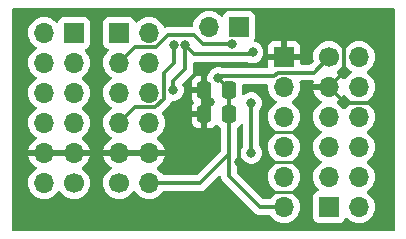
<source format=gbl>
G04 #@! TF.GenerationSoftware,KiCad,Pcbnew,8.0.9-8.0.9-0~ubuntu24.04.1*
G04 #@! TF.CreationDate,2025-04-27T15:56:27+09:30*
G04 #@! TF.ProjectId,qspi-pmod-adapter,71737069-2d70-46d6-9f64-2d6164617074,rev?*
G04 #@! TF.SameCoordinates,Original*
G04 #@! TF.FileFunction,Copper,L2,Bot*
G04 #@! TF.FilePolarity,Positive*
%FSLAX46Y46*%
G04 Gerber Fmt 4.6, Leading zero omitted, Abs format (unit mm)*
G04 Created by KiCad (PCBNEW 8.0.9-8.0.9-0~ubuntu24.04.1) date 2025-04-27 15:56:27*
%MOMM*%
%LPD*%
G01*
G04 APERTURE LIST*
G04 Aperture macros list*
%AMRoundRect*
0 Rectangle with rounded corners*
0 $1 Rounding radius*
0 $2 $3 $4 $5 $6 $7 $8 $9 X,Y pos of 4 corners*
0 Add a 4 corners polygon primitive as box body*
4,1,4,$2,$3,$4,$5,$6,$7,$8,$9,$2,$3,0*
0 Add four circle primitives for the rounded corners*
1,1,$1+$1,$2,$3*
1,1,$1+$1,$4,$5*
1,1,$1+$1,$6,$7*
1,1,$1+$1,$8,$9*
0 Add four rect primitives between the rounded corners*
20,1,$1+$1,$2,$3,$4,$5,0*
20,1,$1+$1,$4,$5,$6,$7,0*
20,1,$1+$1,$6,$7,$8,$9,0*
20,1,$1+$1,$8,$9,$2,$3,0*%
G04 Aperture macros list end*
G04 #@! TA.AperFunction,ComponentPad*
%ADD10O,1.700000X1.700000*%
G04 #@! TD*
G04 #@! TA.AperFunction,ComponentPad*
%ADD11C,1.700000*%
G04 #@! TD*
G04 #@! TA.AperFunction,ComponentPad*
%ADD12R,1.700000X1.700000*%
G04 #@! TD*
G04 #@! TA.AperFunction,SMDPad,CuDef*
%ADD13RoundRect,0.250000X0.337500X0.475000X-0.337500X0.475000X-0.337500X-0.475000X0.337500X-0.475000X0*%
G04 #@! TD*
G04 #@! TA.AperFunction,ViaPad*
%ADD14C,0.800000*%
G04 #@! TD*
G04 #@! TA.AperFunction,Conductor*
%ADD15C,0.350000*%
G04 #@! TD*
G04 #@! TA.AperFunction,Conductor*
%ADD16C,0.250000*%
G04 #@! TD*
G04 APERTURE END LIST*
D10*
X110490000Y-83058000D03*
X110490000Y-80518000D03*
X110490000Y-77978000D03*
X110490000Y-75438000D03*
X110490000Y-72898000D03*
X110490000Y-70358000D03*
D11*
X107950000Y-83058000D03*
D10*
X107950000Y-80518000D03*
X107950000Y-77978000D03*
X107950000Y-75438000D03*
X107950000Y-72898000D03*
D12*
X107950000Y-70358000D03*
D10*
X115570000Y-69850000D03*
D12*
X118110000Y-69850000D03*
X121920000Y-72390000D03*
D10*
X121920000Y-74930000D03*
X121920000Y-77470000D03*
X121920000Y-80010000D03*
X121920000Y-82550000D03*
X121920000Y-85090000D03*
X128270000Y-72390000D03*
X128270000Y-74930000D03*
X128270000Y-77470000D03*
X128270000Y-80010000D03*
X128270000Y-82550000D03*
X128270000Y-85090000D03*
D11*
X125730000Y-72390000D03*
D10*
X125730000Y-74930000D03*
X125730000Y-77470000D03*
X125730000Y-80010000D03*
X125730000Y-82550000D03*
D12*
X125730000Y-85090000D03*
D13*
X115167500Y-77216000D03*
X117242500Y-77216000D03*
X117242500Y-75184000D03*
X115167500Y-75184000D03*
D12*
X104140000Y-70358000D03*
D10*
X104140000Y-72898000D03*
X104140000Y-75438000D03*
X104140000Y-77978000D03*
X104140000Y-80518000D03*
D11*
X104140000Y-83058000D03*
D10*
X101600000Y-70358000D03*
X101600000Y-72898000D03*
X101600000Y-75438000D03*
X101600000Y-77978000D03*
X101600000Y-80518000D03*
X101600000Y-83058000D03*
D14*
X115625000Y-76200000D03*
X119253000Y-72000000D03*
X113561172Y-71374950D03*
X112522000Y-75184000D03*
X118110000Y-81280000D03*
X119126000Y-80518000D03*
X119126000Y-76286992D03*
X117470972Y-71300000D03*
X112562008Y-71333992D03*
X116332000Y-74168000D03*
X114554000Y-85852000D03*
D15*
X115167500Y-76200000D02*
X115625000Y-76200000D01*
X127000000Y-73660000D02*
X127000000Y-71000000D01*
X125730000Y-74930000D02*
X127000000Y-73660000D01*
X119117000Y-72136000D02*
X114322222Y-72136000D01*
X119253000Y-72000000D02*
X119117000Y-72136000D01*
X114322222Y-72136000D02*
X113561172Y-71374950D01*
X119126000Y-76286992D02*
X119126000Y-80518000D01*
X110490000Y-83058000D02*
X114808000Y-83058000D01*
X114808000Y-83058000D02*
X117242500Y-80623500D01*
X117242500Y-80623500D02*
X117242500Y-77216000D01*
X113561172Y-71374950D02*
X113561172Y-73398645D01*
X112522000Y-74437817D02*
X112522000Y-75184000D01*
X113561172Y-73398645D02*
X112522000Y-74437817D01*
X112562008Y-71333992D02*
X112562008Y-72857992D01*
X112562008Y-72857992D02*
X111715000Y-73705000D01*
X111715000Y-73705000D02*
X111715000Y-75945412D01*
X111715000Y-75945412D02*
X110997412Y-76663000D01*
X110997412Y-76663000D02*
X109265000Y-76663000D01*
X109265000Y-76663000D02*
X107950000Y-77978000D01*
X125730000Y-72390000D02*
X124415000Y-73705000D01*
X124415000Y-73705000D02*
X121412588Y-73705000D01*
X121412588Y-73705000D02*
X121076588Y-74041000D01*
X121076588Y-74041000D02*
X116459000Y-74041000D01*
X116459000Y-74041000D02*
X116332000Y-74168000D01*
X107950000Y-72898000D02*
X109265000Y-71583000D01*
X109265000Y-71583000D02*
X111028984Y-71583000D01*
X111028984Y-71583000D02*
X112052992Y-70558992D01*
X112052992Y-70558992D02*
X114292580Y-70558992D01*
X114292580Y-70558992D02*
X115033588Y-71300000D01*
X115033588Y-71300000D02*
X117470972Y-71300000D01*
X129495000Y-76245000D02*
X129540000Y-76200000D01*
X127045000Y-76245000D02*
X129495000Y-76245000D01*
X125730000Y-74930000D02*
X127045000Y-76245000D01*
D16*
X120650000Y-83820000D02*
X123190000Y-83820000D01*
X120650000Y-81280000D02*
X123190000Y-81280000D01*
X120650000Y-78740000D02*
X123190000Y-78740000D01*
D15*
X115167500Y-75184000D02*
X115167500Y-76200000D01*
X115167500Y-76200000D02*
X115167500Y-77216000D01*
X117242500Y-77216000D02*
X117242500Y-82444500D01*
X117242500Y-82444500D02*
X119888000Y-85090000D01*
X119888000Y-85090000D02*
X121920000Y-85090000D01*
X117242500Y-75078500D02*
X116332000Y-74168000D01*
X117242500Y-75184000D02*
X117242500Y-75078500D01*
X117242500Y-75184000D02*
X117242500Y-77216000D01*
G04 #@! TA.AperFunction,Conductor*
G36*
X120514737Y-74736185D02*
G01*
X120560492Y-74788989D01*
X120571226Y-74851308D01*
X120564341Y-74929999D01*
X120564341Y-74930000D01*
X120584936Y-75165403D01*
X120584938Y-75165413D01*
X120646094Y-75393655D01*
X120646096Y-75393659D01*
X120646097Y-75393663D01*
X120729155Y-75571781D01*
X120745965Y-75607830D01*
X120745967Y-75607834D01*
X120816811Y-75709009D01*
X120881504Y-75801400D01*
X120881506Y-75801402D01*
X121048597Y-75968493D01*
X121048603Y-75968498D01*
X121234158Y-76098425D01*
X121277783Y-76153002D01*
X121284977Y-76222500D01*
X121253454Y-76284855D01*
X121234158Y-76301575D01*
X121048597Y-76431505D01*
X120881505Y-76598597D01*
X120745965Y-76792169D01*
X120745964Y-76792171D01*
X120646098Y-77006335D01*
X120646094Y-77006344D01*
X120584938Y-77234586D01*
X120584936Y-77234596D01*
X120564341Y-77469999D01*
X120564341Y-77470000D01*
X120584936Y-77705403D01*
X120584938Y-77705413D01*
X120646094Y-77933655D01*
X120646096Y-77933659D01*
X120646097Y-77933663D01*
X120728148Y-78109621D01*
X120745965Y-78147830D01*
X120745967Y-78147834D01*
X120840833Y-78283315D01*
X120881501Y-78341396D01*
X120881506Y-78341402D01*
X121048597Y-78508493D01*
X121048603Y-78508498D01*
X121234158Y-78638425D01*
X121277783Y-78693002D01*
X121284977Y-78762500D01*
X121253454Y-78824855D01*
X121234158Y-78841575D01*
X121048597Y-78971505D01*
X120881505Y-79138597D01*
X120745965Y-79332169D01*
X120745964Y-79332171D01*
X120646098Y-79546335D01*
X120646094Y-79546344D01*
X120584938Y-79774586D01*
X120584936Y-79774596D01*
X120564341Y-80009999D01*
X120564341Y-80010000D01*
X120584936Y-80245403D01*
X120584938Y-80245413D01*
X120646094Y-80473655D01*
X120646096Y-80473659D01*
X120646097Y-80473663D01*
X120650000Y-80482032D01*
X120745965Y-80687830D01*
X120745967Y-80687834D01*
X120842017Y-80825007D01*
X120881501Y-80881396D01*
X120881506Y-80881402D01*
X121048597Y-81048493D01*
X121048603Y-81048498D01*
X121234158Y-81178425D01*
X121277783Y-81233002D01*
X121284977Y-81302500D01*
X121253454Y-81364855D01*
X121234158Y-81381575D01*
X121048597Y-81511505D01*
X120881505Y-81678597D01*
X120745965Y-81872169D01*
X120745964Y-81872171D01*
X120646098Y-82086335D01*
X120646094Y-82086344D01*
X120584938Y-82314586D01*
X120584936Y-82314596D01*
X120564341Y-82549999D01*
X120564341Y-82550000D01*
X120584936Y-82785403D01*
X120584938Y-82785413D01*
X120646094Y-83013655D01*
X120646096Y-83013659D01*
X120646097Y-83013663D01*
X120666772Y-83058000D01*
X120745965Y-83227830D01*
X120745967Y-83227834D01*
X120854281Y-83382521D01*
X120881501Y-83421396D01*
X120881506Y-83421402D01*
X121048597Y-83588493D01*
X121048603Y-83588498D01*
X121234158Y-83718425D01*
X121277783Y-83773002D01*
X121284977Y-83842500D01*
X121253454Y-83904855D01*
X121234158Y-83921575D01*
X121048597Y-84051505D01*
X120881506Y-84218596D01*
X120781359Y-84361623D01*
X120726782Y-84405248D01*
X120679784Y-84414500D01*
X120219163Y-84414500D01*
X120152124Y-84394815D01*
X120131482Y-84378181D01*
X117954319Y-82201018D01*
X117920834Y-82139695D01*
X117918000Y-82113337D01*
X117918000Y-78433507D01*
X117937685Y-78366468D01*
X117976903Y-78327968D01*
X118048656Y-78283712D01*
X118172712Y-78159656D01*
X118220961Y-78081430D01*
X118272909Y-78034706D01*
X118341871Y-78023483D01*
X118405953Y-78051326D01*
X118444810Y-78109395D01*
X118450500Y-78146527D01*
X118450500Y-79874842D01*
X118430815Y-79941881D01*
X118418650Y-79957814D01*
X118393470Y-79985778D01*
X118393465Y-79985785D01*
X118298821Y-80149715D01*
X118298818Y-80149722D01*
X118252480Y-80292337D01*
X118240326Y-80329744D01*
X118220540Y-80518000D01*
X118240326Y-80706256D01*
X118240327Y-80706259D01*
X118298818Y-80886277D01*
X118298821Y-80886284D01*
X118393467Y-81050216D01*
X118485250Y-81152151D01*
X118520129Y-81190888D01*
X118673265Y-81302148D01*
X118673270Y-81302151D01*
X118846192Y-81379142D01*
X118846197Y-81379144D01*
X119031354Y-81418500D01*
X119031355Y-81418500D01*
X119220644Y-81418500D01*
X119220646Y-81418500D01*
X119405803Y-81379144D01*
X119578730Y-81302151D01*
X119731871Y-81190888D01*
X119858533Y-81050216D01*
X119953179Y-80886284D01*
X120011674Y-80706256D01*
X120031460Y-80518000D01*
X120011674Y-80329744D01*
X119953179Y-80149716D01*
X119858533Y-79985784D01*
X119858529Y-79985778D01*
X119833350Y-79957814D01*
X119803120Y-79894822D01*
X119801500Y-79874842D01*
X119801500Y-76930148D01*
X119821185Y-76863109D01*
X119833351Y-76847175D01*
X119844334Y-76834977D01*
X119858533Y-76819208D01*
X119953179Y-76655276D01*
X120011674Y-76475248D01*
X120031460Y-76286992D01*
X120011674Y-76098736D01*
X119953179Y-75918708D01*
X119858533Y-75754776D01*
X119731871Y-75614104D01*
X119722889Y-75607578D01*
X119578734Y-75502843D01*
X119578729Y-75502840D01*
X119405807Y-75425849D01*
X119405802Y-75425847D01*
X119254383Y-75393663D01*
X119220646Y-75386492D01*
X119031354Y-75386492D01*
X118998897Y-75393390D01*
X118846197Y-75425847D01*
X118846192Y-75425849D01*
X118673270Y-75502840D01*
X118673265Y-75502843D01*
X118527384Y-75608832D01*
X118461578Y-75632312D01*
X118393524Y-75616486D01*
X118344829Y-75566380D01*
X118330499Y-75508517D01*
X118330499Y-74840499D01*
X118350184Y-74773461D01*
X118402988Y-74727706D01*
X118454499Y-74716500D01*
X120447698Y-74716500D01*
X120514737Y-74736185D01*
G37*
G04 #@! TD.AperFunction*
G04 #@! TA.AperFunction,Conductor*
G36*
X110024075Y-80325007D02*
G01*
X109990000Y-80452174D01*
X109990000Y-80583826D01*
X110024075Y-80710993D01*
X110056988Y-80768000D01*
X108383012Y-80768000D01*
X108415925Y-80710993D01*
X108450000Y-80583826D01*
X108450000Y-80452174D01*
X108415925Y-80325007D01*
X108383012Y-80268000D01*
X110056988Y-80268000D01*
X110024075Y-80325007D01*
G37*
G04 #@! TD.AperFunction*
G04 #@! TA.AperFunction,Conductor*
G36*
X127084549Y-75596110D02*
G01*
X127101269Y-75615405D01*
X127231505Y-75801401D01*
X127231506Y-75801402D01*
X127398597Y-75968493D01*
X127398603Y-75968498D01*
X127584158Y-76098425D01*
X127627783Y-76153002D01*
X127634977Y-76222500D01*
X127603454Y-76284855D01*
X127584158Y-76301575D01*
X127398597Y-76431505D01*
X127231505Y-76598597D01*
X127101575Y-76784158D01*
X127046998Y-76827783D01*
X126977500Y-76834977D01*
X126915145Y-76803454D01*
X126898425Y-76784158D01*
X126768494Y-76598597D01*
X126601402Y-76431506D01*
X126601401Y-76431505D01*
X126415405Y-76301269D01*
X126371781Y-76246692D01*
X126364588Y-76177193D01*
X126396110Y-76114839D01*
X126415405Y-76098119D01*
X126601082Y-75968105D01*
X126768105Y-75801082D01*
X126898119Y-75615405D01*
X126952696Y-75571781D01*
X127022195Y-75564588D01*
X127084549Y-75596110D01*
G37*
G04 #@! TD.AperFunction*
G04 #@! TA.AperFunction,Conductor*
G36*
X127084855Y-73056546D02*
G01*
X127101575Y-73075842D01*
X127231501Y-73261396D01*
X127231506Y-73261402D01*
X127398597Y-73428493D01*
X127398603Y-73428498D01*
X127584158Y-73558425D01*
X127627783Y-73613002D01*
X127634977Y-73682500D01*
X127603454Y-73744855D01*
X127584158Y-73761575D01*
X127398597Y-73891505D01*
X127231508Y-74058594D01*
X127101269Y-74244595D01*
X127046692Y-74288219D01*
X126977193Y-74295412D01*
X126914839Y-74263890D01*
X126898119Y-74244594D01*
X126768113Y-74058926D01*
X126768108Y-74058920D01*
X126601078Y-73891890D01*
X126415405Y-73761879D01*
X126371780Y-73707302D01*
X126364588Y-73637804D01*
X126396110Y-73575449D01*
X126415406Y-73558730D01*
X126415842Y-73558425D01*
X126601401Y-73428495D01*
X126768495Y-73261401D01*
X126898425Y-73075842D01*
X126953002Y-73032217D01*
X127022500Y-73025023D01*
X127084855Y-73056546D01*
G37*
G04 #@! TD.AperFunction*
G04 #@! TA.AperFunction,Conductor*
G36*
X103674075Y-80325007D02*
G01*
X103640000Y-80452174D01*
X103640000Y-80583826D01*
X103674075Y-80710993D01*
X103706988Y-80768000D01*
X102033012Y-80768000D01*
X102065925Y-80710993D01*
X102100000Y-80583826D01*
X102100000Y-80452174D01*
X102065925Y-80325007D01*
X102033012Y-80268000D01*
X103706988Y-80268000D01*
X103674075Y-80325007D01*
G37*
G04 #@! TD.AperFunction*
G04 #@! TA.AperFunction,Conductor*
G36*
X131214539Y-68265185D02*
G01*
X131260294Y-68317989D01*
X131271500Y-68369500D01*
X131271500Y-87020500D01*
X131251815Y-87087539D01*
X131199011Y-87133294D01*
X131147500Y-87144500D01*
X98976500Y-87144500D01*
X98909461Y-87124815D01*
X98863706Y-87072011D01*
X98852500Y-87020500D01*
X98852500Y-70357999D01*
X100244341Y-70357999D01*
X100244341Y-70358000D01*
X100264936Y-70593403D01*
X100264938Y-70593413D01*
X100326094Y-70821655D01*
X100326096Y-70821659D01*
X100326097Y-70821663D01*
X100382364Y-70942327D01*
X100425965Y-71035830D01*
X100425967Y-71035834D01*
X100498105Y-71138857D01*
X100552098Y-71215967D01*
X100561501Y-71229395D01*
X100561506Y-71229402D01*
X100728597Y-71396493D01*
X100728603Y-71396498D01*
X100914158Y-71526425D01*
X100957783Y-71581002D01*
X100964977Y-71650500D01*
X100933454Y-71712855D01*
X100914158Y-71729575D01*
X100728597Y-71859505D01*
X100561505Y-72026597D01*
X100425965Y-72220169D01*
X100425964Y-72220171D01*
X100326098Y-72434335D01*
X100326094Y-72434344D01*
X100264938Y-72662586D01*
X100264936Y-72662596D01*
X100244341Y-72897999D01*
X100244341Y-72898000D01*
X100264936Y-73133403D01*
X100264938Y-73133413D01*
X100326094Y-73361655D01*
X100326096Y-73361659D01*
X100326097Y-73361663D01*
X100406004Y-73533023D01*
X100425965Y-73575830D01*
X100425967Y-73575834D01*
X100530459Y-73725063D01*
X100561501Y-73769396D01*
X100561506Y-73769402D01*
X100728597Y-73936493D01*
X100728603Y-73936498D01*
X100914158Y-74066425D01*
X100957783Y-74121002D01*
X100964977Y-74190500D01*
X100933454Y-74252855D01*
X100914158Y-74269575D01*
X100728597Y-74399505D01*
X100561505Y-74566597D01*
X100425965Y-74760169D01*
X100425964Y-74760171D01*
X100326098Y-74974335D01*
X100326094Y-74974344D01*
X100264938Y-75202586D01*
X100264936Y-75202596D01*
X100244341Y-75437999D01*
X100244341Y-75438000D01*
X100264936Y-75673403D01*
X100264938Y-75673413D01*
X100326094Y-75901655D01*
X100326096Y-75901659D01*
X100326097Y-75901663D01*
X100409358Y-76080217D01*
X100425965Y-76115830D01*
X100425967Y-76115834D01*
X100500656Y-76222500D01*
X100561501Y-76309396D01*
X100561506Y-76309402D01*
X100728597Y-76476493D01*
X100728603Y-76476498D01*
X100914158Y-76606425D01*
X100957783Y-76661002D01*
X100964977Y-76730500D01*
X100933454Y-76792855D01*
X100914158Y-76809575D01*
X100728597Y-76939505D01*
X100561505Y-77106597D01*
X100425965Y-77300169D01*
X100425964Y-77300171D01*
X100326098Y-77514335D01*
X100326094Y-77514344D01*
X100264938Y-77742586D01*
X100264936Y-77742596D01*
X100244341Y-77977999D01*
X100244341Y-77978000D01*
X100264936Y-78213403D01*
X100264938Y-78213413D01*
X100326094Y-78441655D01*
X100326096Y-78441659D01*
X100326097Y-78441663D01*
X100357263Y-78508498D01*
X100425965Y-78655830D01*
X100425967Y-78655834D01*
X100500656Y-78762500D01*
X100561505Y-78849401D01*
X100728599Y-79016495D01*
X100902981Y-79138599D01*
X100914594Y-79146730D01*
X100958219Y-79201307D01*
X100965413Y-79270805D01*
X100933890Y-79333160D01*
X100914595Y-79349880D01*
X100728922Y-79479890D01*
X100728920Y-79479891D01*
X100561891Y-79646920D01*
X100561886Y-79646926D01*
X100426400Y-79840420D01*
X100426399Y-79840422D01*
X100326570Y-80054507D01*
X100326567Y-80054513D01*
X100269364Y-80267999D01*
X100269364Y-80268000D01*
X101166988Y-80268000D01*
X101134075Y-80325007D01*
X101100000Y-80452174D01*
X101100000Y-80583826D01*
X101134075Y-80710993D01*
X101166988Y-80768000D01*
X100269364Y-80768000D01*
X100326567Y-80981486D01*
X100326570Y-80981492D01*
X100426399Y-81195578D01*
X100561894Y-81389082D01*
X100728917Y-81556105D01*
X100914595Y-81686119D01*
X100958219Y-81740696D01*
X100965412Y-81810195D01*
X100933890Y-81872549D01*
X100914595Y-81889269D01*
X100728594Y-82019508D01*
X100561505Y-82186597D01*
X100425965Y-82380169D01*
X100425964Y-82380171D01*
X100326098Y-82594335D01*
X100326094Y-82594344D01*
X100264938Y-82822586D01*
X100264936Y-82822596D01*
X100244341Y-83057999D01*
X100244341Y-83058000D01*
X100264936Y-83293403D01*
X100264938Y-83293413D01*
X100326094Y-83521655D01*
X100326096Y-83521659D01*
X100326097Y-83521663D01*
X100357263Y-83588498D01*
X100425965Y-83735830D01*
X100425967Y-83735834D01*
X100500656Y-83842500D01*
X100561505Y-83929401D01*
X100728599Y-84096495D01*
X100775137Y-84129081D01*
X100922165Y-84232032D01*
X100922167Y-84232033D01*
X100922170Y-84232035D01*
X101136337Y-84331903D01*
X101364592Y-84393063D01*
X101552918Y-84409539D01*
X101599999Y-84413659D01*
X101600000Y-84413659D01*
X101600001Y-84413659D01*
X101639234Y-84410226D01*
X101835408Y-84393063D01*
X102063663Y-84331903D01*
X102277830Y-84232035D01*
X102471401Y-84096495D01*
X102638495Y-83929401D01*
X102768425Y-83743842D01*
X102823002Y-83700217D01*
X102892500Y-83693023D01*
X102954855Y-83724546D01*
X102971575Y-83743842D01*
X103101500Y-83929395D01*
X103101505Y-83929401D01*
X103268599Y-84096495D01*
X103315137Y-84129081D01*
X103462165Y-84232032D01*
X103462167Y-84232033D01*
X103462170Y-84232035D01*
X103676337Y-84331903D01*
X103904592Y-84393063D01*
X104092918Y-84409539D01*
X104139999Y-84413659D01*
X104140000Y-84413659D01*
X104140001Y-84413659D01*
X104179234Y-84410226D01*
X104375408Y-84393063D01*
X104603663Y-84331903D01*
X104817830Y-84232035D01*
X105011401Y-84096495D01*
X105178495Y-83929401D01*
X105314035Y-83735830D01*
X105413903Y-83521663D01*
X105475063Y-83293408D01*
X105495659Y-83058000D01*
X105475063Y-82822592D01*
X105413903Y-82594337D01*
X105314035Y-82380171D01*
X105313682Y-82379666D01*
X105178494Y-82186597D01*
X105011402Y-82019506D01*
X105011401Y-82019505D01*
X104825405Y-81889269D01*
X104781781Y-81834692D01*
X104774588Y-81765193D01*
X104806110Y-81702839D01*
X104825405Y-81686119D01*
X105011082Y-81556105D01*
X105178105Y-81389082D01*
X105313600Y-81195578D01*
X105413429Y-80981492D01*
X105413432Y-80981486D01*
X105470636Y-80768000D01*
X104573012Y-80768000D01*
X104605925Y-80710993D01*
X104640000Y-80583826D01*
X104640000Y-80452174D01*
X104605925Y-80325007D01*
X104573012Y-80268000D01*
X105470636Y-80268000D01*
X105470635Y-80267999D01*
X105413432Y-80054513D01*
X105413429Y-80054507D01*
X105313600Y-79840422D01*
X105313599Y-79840420D01*
X105178113Y-79646926D01*
X105178108Y-79646920D01*
X105011078Y-79479890D01*
X104825405Y-79349879D01*
X104781780Y-79295302D01*
X104774588Y-79225804D01*
X104806110Y-79163449D01*
X104825406Y-79146730D01*
X105011401Y-79016495D01*
X105178495Y-78849401D01*
X105314035Y-78655830D01*
X105413903Y-78441663D01*
X105475063Y-78213408D01*
X105495659Y-77978000D01*
X105475063Y-77742592D01*
X105413903Y-77514337D01*
X105314035Y-77300171D01*
X105308425Y-77292158D01*
X105178494Y-77106597D01*
X105011402Y-76939506D01*
X105011396Y-76939501D01*
X104825842Y-76809575D01*
X104782217Y-76754998D01*
X104775023Y-76685500D01*
X104806546Y-76623145D01*
X104825842Y-76606425D01*
X104851866Y-76588203D01*
X105011401Y-76476495D01*
X105178495Y-76309401D01*
X105314035Y-76115830D01*
X105413903Y-75901663D01*
X105475063Y-75673408D01*
X105495659Y-75438000D01*
X105475063Y-75202592D01*
X105413903Y-74974337D01*
X105314035Y-74760171D01*
X105308425Y-74752158D01*
X105178494Y-74566597D01*
X105011402Y-74399506D01*
X105011396Y-74399501D01*
X104825842Y-74269575D01*
X104782217Y-74214998D01*
X104775023Y-74145500D01*
X104806546Y-74083145D01*
X104825842Y-74066425D01*
X104885513Y-74024643D01*
X105011401Y-73936495D01*
X105178495Y-73769401D01*
X105314035Y-73575830D01*
X105413903Y-73361663D01*
X105475063Y-73133408D01*
X105495659Y-72898000D01*
X105495659Y-72897999D01*
X106594341Y-72897999D01*
X106594341Y-72898000D01*
X106614936Y-73133403D01*
X106614938Y-73133413D01*
X106676094Y-73361655D01*
X106676096Y-73361659D01*
X106676097Y-73361663D01*
X106756004Y-73533023D01*
X106775965Y-73575830D01*
X106775967Y-73575834D01*
X106880459Y-73725063D01*
X106911501Y-73769396D01*
X106911506Y-73769402D01*
X107078597Y-73936493D01*
X107078603Y-73936498D01*
X107264158Y-74066425D01*
X107307783Y-74121002D01*
X107314977Y-74190500D01*
X107283454Y-74252855D01*
X107264158Y-74269575D01*
X107078597Y-74399505D01*
X106911505Y-74566597D01*
X106775965Y-74760169D01*
X106775964Y-74760171D01*
X106676098Y-74974335D01*
X106676094Y-74974344D01*
X106614938Y-75202586D01*
X106614936Y-75202596D01*
X106594341Y-75437999D01*
X106594341Y-75438000D01*
X106614936Y-75673403D01*
X106614938Y-75673413D01*
X106676094Y-75901655D01*
X106676096Y-75901659D01*
X106676097Y-75901663D01*
X106759358Y-76080217D01*
X106775965Y-76115830D01*
X106775967Y-76115834D01*
X106850656Y-76222500D01*
X106911501Y-76309396D01*
X106911506Y-76309402D01*
X107078597Y-76476493D01*
X107078603Y-76476498D01*
X107264158Y-76606425D01*
X107307783Y-76661002D01*
X107314977Y-76730500D01*
X107283454Y-76792855D01*
X107264158Y-76809575D01*
X107078597Y-76939505D01*
X106911505Y-77106597D01*
X106775965Y-77300169D01*
X106775964Y-77300171D01*
X106676098Y-77514335D01*
X106676094Y-77514344D01*
X106614938Y-77742586D01*
X106614936Y-77742596D01*
X106594341Y-77977999D01*
X106594341Y-77978000D01*
X106614936Y-78213403D01*
X106614938Y-78213413D01*
X106676094Y-78441655D01*
X106676096Y-78441659D01*
X106676097Y-78441663D01*
X106707263Y-78508498D01*
X106775965Y-78655830D01*
X106775967Y-78655834D01*
X106850656Y-78762500D01*
X106911505Y-78849401D01*
X107078599Y-79016495D01*
X107252981Y-79138599D01*
X107264594Y-79146730D01*
X107308219Y-79201307D01*
X107315413Y-79270805D01*
X107283890Y-79333160D01*
X107264595Y-79349880D01*
X107078922Y-79479890D01*
X107078920Y-79479891D01*
X106911891Y-79646920D01*
X106911886Y-79646926D01*
X106776400Y-79840420D01*
X106776399Y-79840422D01*
X106676570Y-80054507D01*
X106676567Y-80054513D01*
X106619364Y-80267999D01*
X106619364Y-80268000D01*
X107516988Y-80268000D01*
X107484075Y-80325007D01*
X107450000Y-80452174D01*
X107450000Y-80583826D01*
X107484075Y-80710993D01*
X107516988Y-80768000D01*
X106619364Y-80768000D01*
X106676567Y-80981486D01*
X106676570Y-80981492D01*
X106776399Y-81195578D01*
X106911894Y-81389082D01*
X107078917Y-81556105D01*
X107264595Y-81686119D01*
X107308219Y-81740696D01*
X107315412Y-81810195D01*
X107283890Y-81872549D01*
X107264595Y-81889269D01*
X107078594Y-82019508D01*
X106911505Y-82186597D01*
X106775965Y-82380169D01*
X106775964Y-82380171D01*
X106676098Y-82594335D01*
X106676094Y-82594344D01*
X106614938Y-82822586D01*
X106614936Y-82822596D01*
X106594341Y-83057999D01*
X106594341Y-83058000D01*
X106614936Y-83293403D01*
X106614938Y-83293413D01*
X106676094Y-83521655D01*
X106676096Y-83521659D01*
X106676097Y-83521663D01*
X106707263Y-83588498D01*
X106775965Y-83735830D01*
X106775967Y-83735834D01*
X106850656Y-83842500D01*
X106911505Y-83929401D01*
X107078599Y-84096495D01*
X107125137Y-84129081D01*
X107272165Y-84232032D01*
X107272167Y-84232033D01*
X107272170Y-84232035D01*
X107486337Y-84331903D01*
X107714592Y-84393063D01*
X107902918Y-84409539D01*
X107949999Y-84413659D01*
X107950000Y-84413659D01*
X107950001Y-84413659D01*
X107989234Y-84410226D01*
X108185408Y-84393063D01*
X108413663Y-84331903D01*
X108627830Y-84232035D01*
X108821401Y-84096495D01*
X108988495Y-83929401D01*
X109118425Y-83743842D01*
X109173002Y-83700217D01*
X109242500Y-83693023D01*
X109304855Y-83724546D01*
X109321575Y-83743842D01*
X109451500Y-83929395D01*
X109451505Y-83929401D01*
X109618599Y-84096495D01*
X109665137Y-84129081D01*
X109812165Y-84232032D01*
X109812167Y-84232033D01*
X109812170Y-84232035D01*
X110026337Y-84331903D01*
X110254592Y-84393063D01*
X110442918Y-84409539D01*
X110489999Y-84413659D01*
X110490000Y-84413659D01*
X110490001Y-84413659D01*
X110529234Y-84410226D01*
X110725408Y-84393063D01*
X110953663Y-84331903D01*
X111167830Y-84232035D01*
X111361401Y-84096495D01*
X111528495Y-83929401D01*
X111628642Y-83786375D01*
X111683219Y-83742752D01*
X111730217Y-83733500D01*
X114874532Y-83733500D01*
X114874533Y-83733499D01*
X115005036Y-83707541D01*
X115127969Y-83656620D01*
X115238606Y-83582695D01*
X116360367Y-82460933D01*
X116421688Y-82427450D01*
X116491379Y-82432434D01*
X116547313Y-82474305D01*
X116569663Y-82524424D01*
X116592957Y-82641530D01*
X116592959Y-82641536D01*
X116643878Y-82764465D01*
X116643883Y-82764475D01*
X116717804Y-82875105D01*
X116717807Y-82875109D01*
X119457390Y-85614692D01*
X119457394Y-85614695D01*
X119568024Y-85688616D01*
X119568028Y-85688618D01*
X119568031Y-85688620D01*
X119690964Y-85739541D01*
X119821464Y-85765499D01*
X119821468Y-85765500D01*
X119821469Y-85765500D01*
X120679783Y-85765500D01*
X120746822Y-85785185D01*
X120781357Y-85818375D01*
X120881505Y-85961401D01*
X121048599Y-86128495D01*
X121145384Y-86196265D01*
X121242165Y-86264032D01*
X121242167Y-86264033D01*
X121242170Y-86264035D01*
X121456337Y-86363903D01*
X121684592Y-86425063D01*
X121861034Y-86440500D01*
X121919999Y-86445659D01*
X121920000Y-86445659D01*
X121920001Y-86445659D01*
X121978966Y-86440500D01*
X122155408Y-86425063D01*
X122383663Y-86363903D01*
X122597830Y-86264035D01*
X122791401Y-86128495D01*
X122958495Y-85961401D01*
X123094035Y-85767830D01*
X123193903Y-85553663D01*
X123255063Y-85325408D01*
X123275659Y-85090000D01*
X123255063Y-84854592D01*
X123193903Y-84626337D01*
X123094035Y-84412171D01*
X123089188Y-84405248D01*
X122958494Y-84218597D01*
X122791402Y-84051506D01*
X122791396Y-84051501D01*
X122605842Y-83921575D01*
X122562217Y-83866998D01*
X122555023Y-83797500D01*
X122586546Y-83735145D01*
X122605842Y-83718425D01*
X122694107Y-83656621D01*
X122791401Y-83588495D01*
X122958495Y-83421401D01*
X123094035Y-83227830D01*
X123193903Y-83013663D01*
X123255063Y-82785408D01*
X123275659Y-82550000D01*
X123255063Y-82314592D01*
X123193903Y-82086337D01*
X123094035Y-81872171D01*
X123088425Y-81864158D01*
X122958494Y-81678597D01*
X122791402Y-81511506D01*
X122791396Y-81511501D01*
X122605842Y-81381575D01*
X122562217Y-81326998D01*
X122555023Y-81257500D01*
X122586546Y-81195145D01*
X122605842Y-81178425D01*
X122643365Y-81152151D01*
X122791401Y-81048495D01*
X122958495Y-80881401D01*
X123094035Y-80687830D01*
X123193903Y-80473663D01*
X123255063Y-80245408D01*
X123275659Y-80010000D01*
X123255063Y-79774592D01*
X123193903Y-79546337D01*
X123094035Y-79332171D01*
X123088425Y-79324158D01*
X122958494Y-79138597D01*
X122791402Y-78971506D01*
X122791396Y-78971501D01*
X122605842Y-78841575D01*
X122562217Y-78786998D01*
X122555023Y-78717500D01*
X122586546Y-78655145D01*
X122605842Y-78638425D01*
X122642120Y-78613023D01*
X122791401Y-78508495D01*
X122958495Y-78341401D01*
X123094035Y-78147830D01*
X123193903Y-77933663D01*
X123255063Y-77705408D01*
X123275659Y-77470000D01*
X123255063Y-77234592D01*
X123193903Y-77006337D01*
X123094035Y-76792171D01*
X123088425Y-76784158D01*
X122958494Y-76598597D01*
X122791402Y-76431506D01*
X122791396Y-76431501D01*
X122605842Y-76301575D01*
X122562217Y-76246998D01*
X122555023Y-76177500D01*
X122586546Y-76115145D01*
X122605842Y-76098425D01*
X122759690Y-75990699D01*
X122791401Y-75968495D01*
X122958495Y-75801401D01*
X123094035Y-75607830D01*
X123193903Y-75393663D01*
X123255063Y-75165408D01*
X123275659Y-74930000D01*
X123255063Y-74694592D01*
X123212728Y-74536593D01*
X123214391Y-74466743D01*
X123253554Y-74408881D01*
X123317782Y-74381377D01*
X123332503Y-74380500D01*
X124318015Y-74380500D01*
X124385054Y-74400185D01*
X124430809Y-74452989D01*
X124440753Y-74522147D01*
X124437790Y-74536594D01*
X124399364Y-74679999D01*
X124399364Y-74680000D01*
X125296988Y-74680000D01*
X125264075Y-74737007D01*
X125230000Y-74864174D01*
X125230000Y-74995826D01*
X125264075Y-75122993D01*
X125296988Y-75180000D01*
X124399364Y-75180000D01*
X124456567Y-75393486D01*
X124456570Y-75393492D01*
X124556399Y-75607578D01*
X124691894Y-75801082D01*
X124858917Y-75968105D01*
X125044595Y-76098119D01*
X125088219Y-76152696D01*
X125095412Y-76222195D01*
X125063890Y-76284549D01*
X125044595Y-76301269D01*
X124858594Y-76431508D01*
X124691505Y-76598597D01*
X124555965Y-76792169D01*
X124555964Y-76792171D01*
X124456098Y-77006335D01*
X124456094Y-77006344D01*
X124394938Y-77234586D01*
X124394936Y-77234596D01*
X124374341Y-77469999D01*
X124374341Y-77470000D01*
X124394936Y-77705403D01*
X124394938Y-77705413D01*
X124456094Y-77933655D01*
X124456096Y-77933659D01*
X124456097Y-77933663D01*
X124538148Y-78109621D01*
X124555965Y-78147830D01*
X124555967Y-78147834D01*
X124650833Y-78283315D01*
X124691501Y-78341396D01*
X124691506Y-78341402D01*
X124858597Y-78508493D01*
X124858603Y-78508498D01*
X125044158Y-78638425D01*
X125087783Y-78693002D01*
X125094977Y-78762500D01*
X125063454Y-78824855D01*
X125044158Y-78841575D01*
X124858597Y-78971505D01*
X124691505Y-79138597D01*
X124555965Y-79332169D01*
X124555964Y-79332171D01*
X124456098Y-79546335D01*
X124456094Y-79546344D01*
X124394938Y-79774586D01*
X124394936Y-79774596D01*
X124374341Y-80009999D01*
X124374341Y-80010000D01*
X124394936Y-80245403D01*
X124394938Y-80245413D01*
X124456094Y-80473655D01*
X124456096Y-80473659D01*
X124456097Y-80473663D01*
X124460000Y-80482032D01*
X124555965Y-80687830D01*
X124555967Y-80687834D01*
X124652017Y-80825007D01*
X124691501Y-80881396D01*
X124691506Y-80881402D01*
X124858597Y-81048493D01*
X124858603Y-81048498D01*
X125044158Y-81178425D01*
X125087783Y-81233002D01*
X125094977Y-81302500D01*
X125063454Y-81364855D01*
X125044158Y-81381575D01*
X124858597Y-81511505D01*
X124691505Y-81678597D01*
X124555965Y-81872169D01*
X124555964Y-81872171D01*
X124456098Y-82086335D01*
X124456094Y-82086344D01*
X124394938Y-82314586D01*
X124394936Y-82314596D01*
X124374341Y-82549999D01*
X124374341Y-82550000D01*
X124394936Y-82785403D01*
X124394938Y-82785413D01*
X124456094Y-83013655D01*
X124456096Y-83013659D01*
X124456097Y-83013663D01*
X124476772Y-83058000D01*
X124555965Y-83227830D01*
X124555967Y-83227834D01*
X124664281Y-83382521D01*
X124691501Y-83421396D01*
X124691506Y-83421402D01*
X124813430Y-83543326D01*
X124846915Y-83604649D01*
X124841931Y-83674341D01*
X124800059Y-83730274D01*
X124769083Y-83747189D01*
X124637669Y-83796203D01*
X124637664Y-83796206D01*
X124522455Y-83882452D01*
X124522452Y-83882455D01*
X124436206Y-83997664D01*
X124436202Y-83997671D01*
X124385908Y-84132517D01*
X124379501Y-84192116D01*
X124379500Y-84192135D01*
X124379500Y-85987870D01*
X124379501Y-85987876D01*
X124385908Y-86047483D01*
X124436202Y-86182328D01*
X124436206Y-86182335D01*
X124522452Y-86297544D01*
X124522455Y-86297547D01*
X124637664Y-86383793D01*
X124637671Y-86383797D01*
X124772517Y-86434091D01*
X124772516Y-86434091D01*
X124779444Y-86434835D01*
X124832127Y-86440500D01*
X126627872Y-86440499D01*
X126687483Y-86434091D01*
X126822331Y-86383796D01*
X126937546Y-86297546D01*
X127023796Y-86182331D01*
X127072810Y-86050916D01*
X127114681Y-85994984D01*
X127180145Y-85970566D01*
X127248418Y-85985417D01*
X127276673Y-86006569D01*
X127398599Y-86128495D01*
X127495384Y-86196265D01*
X127592165Y-86264032D01*
X127592167Y-86264033D01*
X127592170Y-86264035D01*
X127806337Y-86363903D01*
X128034592Y-86425063D01*
X128211034Y-86440500D01*
X128269999Y-86445659D01*
X128270000Y-86445659D01*
X128270001Y-86445659D01*
X128328966Y-86440500D01*
X128505408Y-86425063D01*
X128733663Y-86363903D01*
X128947830Y-86264035D01*
X129141401Y-86128495D01*
X129308495Y-85961401D01*
X129444035Y-85767830D01*
X129543903Y-85553663D01*
X129605063Y-85325408D01*
X129625659Y-85090000D01*
X129605063Y-84854592D01*
X129543903Y-84626337D01*
X129444035Y-84412171D01*
X129439188Y-84405248D01*
X129308494Y-84218597D01*
X129141402Y-84051506D01*
X129141396Y-84051501D01*
X128955842Y-83921575D01*
X128912217Y-83866998D01*
X128905023Y-83797500D01*
X128936546Y-83735145D01*
X128955842Y-83718425D01*
X129044107Y-83656621D01*
X129141401Y-83588495D01*
X129308495Y-83421401D01*
X129444035Y-83227830D01*
X129543903Y-83013663D01*
X129605063Y-82785408D01*
X129625659Y-82550000D01*
X129605063Y-82314592D01*
X129543903Y-82086337D01*
X129444035Y-81872171D01*
X129438425Y-81864158D01*
X129308494Y-81678597D01*
X129141402Y-81511506D01*
X129141396Y-81511501D01*
X128955842Y-81381575D01*
X128912217Y-81326998D01*
X128905023Y-81257500D01*
X128936546Y-81195145D01*
X128955842Y-81178425D01*
X128993365Y-81152151D01*
X129141401Y-81048495D01*
X129308495Y-80881401D01*
X129444035Y-80687830D01*
X129543903Y-80473663D01*
X129605063Y-80245408D01*
X129625659Y-80010000D01*
X129605063Y-79774592D01*
X129543903Y-79546337D01*
X129444035Y-79332171D01*
X129438425Y-79324158D01*
X129308494Y-79138597D01*
X129141402Y-78971506D01*
X129141396Y-78971501D01*
X128955842Y-78841575D01*
X128912217Y-78786998D01*
X128905023Y-78717500D01*
X128936546Y-78655145D01*
X128955842Y-78638425D01*
X128992120Y-78613023D01*
X129141401Y-78508495D01*
X129308495Y-78341401D01*
X129444035Y-78147830D01*
X129543903Y-77933663D01*
X129605063Y-77705408D01*
X129625659Y-77470000D01*
X129605063Y-77234592D01*
X129543903Y-77006337D01*
X129444035Y-76792171D01*
X129438425Y-76784158D01*
X129308494Y-76598597D01*
X129141402Y-76431506D01*
X129141396Y-76431501D01*
X128955842Y-76301575D01*
X128912217Y-76246998D01*
X128905023Y-76177500D01*
X128936546Y-76115145D01*
X128955842Y-76098425D01*
X129109690Y-75990699D01*
X129141401Y-75968495D01*
X129308495Y-75801401D01*
X129444035Y-75607830D01*
X129543903Y-75393663D01*
X129605063Y-75165408D01*
X129625659Y-74930000D01*
X129605063Y-74694592D01*
X129543903Y-74466337D01*
X129444035Y-74252171D01*
X129438731Y-74244595D01*
X129308494Y-74058597D01*
X129141402Y-73891506D01*
X129141396Y-73891501D01*
X128955842Y-73761575D01*
X128912217Y-73706998D01*
X128905023Y-73637500D01*
X128936546Y-73575145D01*
X128955842Y-73558425D01*
X129046262Y-73495112D01*
X129141401Y-73428495D01*
X129308495Y-73261401D01*
X129444035Y-73067830D01*
X129543903Y-72853663D01*
X129605063Y-72625408D01*
X129625659Y-72390000D01*
X129605063Y-72154592D01*
X129543903Y-71926337D01*
X129444035Y-71712171D01*
X129438425Y-71704158D01*
X129308494Y-71518597D01*
X129141402Y-71351506D01*
X129141395Y-71351501D01*
X128947834Y-71215967D01*
X128947830Y-71215965D01*
X128876727Y-71182809D01*
X128733663Y-71116097D01*
X128733659Y-71116096D01*
X128733655Y-71116094D01*
X128505413Y-71054938D01*
X128505403Y-71054936D01*
X128270001Y-71034341D01*
X128269999Y-71034341D01*
X128034596Y-71054936D01*
X128034586Y-71054938D01*
X127806344Y-71116094D01*
X127806335Y-71116098D01*
X127592171Y-71215964D01*
X127592169Y-71215965D01*
X127398597Y-71351505D01*
X127231505Y-71518597D01*
X127101575Y-71704158D01*
X127046998Y-71747783D01*
X126977500Y-71754977D01*
X126915145Y-71723454D01*
X126898425Y-71704158D01*
X126768494Y-71518597D01*
X126601402Y-71351506D01*
X126601395Y-71351501D01*
X126407834Y-71215967D01*
X126407830Y-71215965D01*
X126336727Y-71182809D01*
X126193663Y-71116097D01*
X126193659Y-71116096D01*
X126193655Y-71116094D01*
X125965413Y-71054938D01*
X125965403Y-71054936D01*
X125730001Y-71034341D01*
X125729999Y-71034341D01*
X125494596Y-71054936D01*
X125494586Y-71054938D01*
X125266344Y-71116094D01*
X125266335Y-71116098D01*
X125052171Y-71215964D01*
X125052169Y-71215965D01*
X124858597Y-71351505D01*
X124691505Y-71518597D01*
X124555965Y-71712169D01*
X124555964Y-71712171D01*
X124456098Y-71926335D01*
X124456094Y-71926344D01*
X124394938Y-72154586D01*
X124394936Y-72154596D01*
X124374341Y-72389999D01*
X124374341Y-72390000D01*
X124394936Y-72625403D01*
X124394938Y-72625413D01*
X124406913Y-72670104D01*
X124405250Y-72739954D01*
X124374819Y-72789878D01*
X124171516Y-72993182D01*
X124110196Y-73026666D01*
X124083837Y-73029500D01*
X123394000Y-73029500D01*
X123326961Y-73009815D01*
X123281206Y-72957011D01*
X123270000Y-72905500D01*
X123270000Y-72640000D01*
X122353012Y-72640000D01*
X122385925Y-72582993D01*
X122420000Y-72455826D01*
X122420000Y-72324174D01*
X122385925Y-72197007D01*
X122353012Y-72140000D01*
X123270000Y-72140000D01*
X123270000Y-71492172D01*
X123269999Y-71492155D01*
X123263598Y-71432627D01*
X123263596Y-71432620D01*
X123213354Y-71297913D01*
X123213350Y-71297906D01*
X123127190Y-71182812D01*
X123127187Y-71182809D01*
X123012093Y-71096649D01*
X123012086Y-71096645D01*
X122877379Y-71046403D01*
X122877372Y-71046401D01*
X122817844Y-71040000D01*
X122170000Y-71040000D01*
X122170000Y-71956988D01*
X122112993Y-71924075D01*
X121985826Y-71890000D01*
X121854174Y-71890000D01*
X121727007Y-71924075D01*
X121670000Y-71956988D01*
X121670000Y-71040000D01*
X121022155Y-71040000D01*
X120962627Y-71046401D01*
X120962620Y-71046403D01*
X120827913Y-71096645D01*
X120827906Y-71096649D01*
X120712812Y-71182809D01*
X120712809Y-71182812D01*
X120626649Y-71297906D01*
X120626645Y-71297913D01*
X120576403Y-71432620D01*
X120576401Y-71432627D01*
X120570000Y-71492155D01*
X120570000Y-72140000D01*
X121486988Y-72140000D01*
X121454075Y-72197007D01*
X121420000Y-72324174D01*
X121420000Y-72455826D01*
X121454075Y-72582993D01*
X121486988Y-72640000D01*
X120570000Y-72640000D01*
X120570000Y-73241500D01*
X120550315Y-73308539D01*
X120497511Y-73354294D01*
X120446000Y-73365500D01*
X116769875Y-73365500D01*
X116719439Y-73354779D01*
X116611807Y-73306857D01*
X116611802Y-73306855D01*
X116466001Y-73275865D01*
X116426646Y-73267500D01*
X116237354Y-73267500D01*
X116204897Y-73274398D01*
X116052197Y-73306855D01*
X116052192Y-73306857D01*
X115879270Y-73383848D01*
X115879265Y-73383851D01*
X115726129Y-73495111D01*
X115599466Y-73635785D01*
X115504821Y-73799715D01*
X115504819Y-73799719D01*
X115479383Y-73878004D01*
X115449134Y-73927366D01*
X115417500Y-73959000D01*
X115417500Y-78440999D01*
X115554972Y-78440999D01*
X115554986Y-78440998D01*
X115657697Y-78430505D01*
X115824119Y-78375358D01*
X115824124Y-78375356D01*
X115973345Y-78283315D01*
X116097318Y-78159342D01*
X116099165Y-78156348D01*
X116100969Y-78154724D01*
X116101798Y-78153677D01*
X116101976Y-78153818D01*
X116151110Y-78109621D01*
X116220073Y-78098396D01*
X116284156Y-78126236D01*
X116310243Y-78156341D01*
X116312288Y-78159656D01*
X116436344Y-78283712D01*
X116508096Y-78327968D01*
X116554821Y-78379915D01*
X116567000Y-78433507D01*
X116567000Y-80292337D01*
X116547315Y-80359376D01*
X116530681Y-80380018D01*
X114564518Y-82346181D01*
X114503195Y-82379666D01*
X114476837Y-82382500D01*
X111730216Y-82382500D01*
X111663177Y-82362815D01*
X111628641Y-82329623D01*
X111528494Y-82186597D01*
X111361402Y-82019506D01*
X111361401Y-82019505D01*
X111175405Y-81889269D01*
X111131781Y-81834692D01*
X111124588Y-81765193D01*
X111156110Y-81702839D01*
X111175405Y-81686119D01*
X111361082Y-81556105D01*
X111528105Y-81389082D01*
X111663600Y-81195578D01*
X111763429Y-80981492D01*
X111763432Y-80981486D01*
X111820636Y-80768000D01*
X110923012Y-80768000D01*
X110955925Y-80710993D01*
X110990000Y-80583826D01*
X110990000Y-80452174D01*
X110955925Y-80325007D01*
X110923012Y-80268000D01*
X111820636Y-80268000D01*
X111820635Y-80267999D01*
X111763432Y-80054513D01*
X111763429Y-80054507D01*
X111663600Y-79840422D01*
X111663599Y-79840420D01*
X111528113Y-79646926D01*
X111528108Y-79646920D01*
X111361078Y-79479890D01*
X111175405Y-79349879D01*
X111131780Y-79295302D01*
X111124588Y-79225804D01*
X111156110Y-79163449D01*
X111175406Y-79146730D01*
X111361401Y-79016495D01*
X111528495Y-78849401D01*
X111664035Y-78655830D01*
X111763903Y-78441663D01*
X111825063Y-78213408D01*
X111845659Y-77978000D01*
X111825063Y-77742592D01*
X111824633Y-77740986D01*
X114080001Y-77740986D01*
X114090494Y-77843697D01*
X114145641Y-78010119D01*
X114145643Y-78010124D01*
X114237684Y-78159345D01*
X114361654Y-78283315D01*
X114510875Y-78375356D01*
X114510880Y-78375358D01*
X114677302Y-78430505D01*
X114677309Y-78430506D01*
X114780019Y-78440999D01*
X114917499Y-78440999D01*
X114917500Y-78440998D01*
X114917500Y-77466000D01*
X114080001Y-77466000D01*
X114080001Y-77740986D01*
X111824633Y-77740986D01*
X111763903Y-77514337D01*
X111664035Y-77300171D01*
X111658424Y-77292158D01*
X111580192Y-77180430D01*
X111557865Y-77114224D01*
X111574875Y-77046457D01*
X111594086Y-77021626D01*
X111885213Y-76730500D01*
X111924700Y-76691013D01*
X114080000Y-76691013D01*
X114080000Y-76966000D01*
X114917500Y-76966000D01*
X114917500Y-75434000D01*
X114080001Y-75434000D01*
X114080001Y-75708986D01*
X114090494Y-75811697D01*
X114145641Y-75978119D01*
X114145643Y-75978124D01*
X114241475Y-76133491D01*
X114239108Y-76134950D01*
X114260461Y-76187912D01*
X114247406Y-76256551D01*
X114241139Y-76266301D01*
X114241475Y-76266509D01*
X114145643Y-76421875D01*
X114145641Y-76421880D01*
X114090494Y-76588302D01*
X114090493Y-76588309D01*
X114080000Y-76691013D01*
X111924700Y-76691013D01*
X112239695Y-76376018D01*
X112274029Y-76324633D01*
X112274030Y-76324633D01*
X112300842Y-76284504D01*
X112313620Y-76265381D01*
X112342318Y-76196097D01*
X112356840Y-76161040D01*
X112400685Y-76106639D01*
X112466980Y-76084579D01*
X112471398Y-76084500D01*
X112616644Y-76084500D01*
X112616646Y-76084500D01*
X112801803Y-76045144D01*
X112974730Y-75968151D01*
X113127871Y-75856888D01*
X113254533Y-75716216D01*
X113349179Y-75552284D01*
X113407674Y-75372256D01*
X113427460Y-75184000D01*
X113407674Y-74995744D01*
X113349179Y-74815716D01*
X113305327Y-74739763D01*
X113288855Y-74671864D01*
X113293303Y-74659013D01*
X114080000Y-74659013D01*
X114080000Y-74934000D01*
X114917500Y-74934000D01*
X114917500Y-73959000D01*
X114780027Y-73959000D01*
X114780012Y-73959001D01*
X114677302Y-73969494D01*
X114510880Y-74024641D01*
X114510875Y-74024643D01*
X114361654Y-74116684D01*
X114237684Y-74240654D01*
X114145643Y-74389875D01*
X114145641Y-74389880D01*
X114090494Y-74556302D01*
X114090493Y-74556309D01*
X114080000Y-74659013D01*
X113293303Y-74659013D01*
X113311708Y-74605837D01*
X113325034Y-74590083D01*
X113674464Y-74240654D01*
X114085867Y-73829251D01*
X114159792Y-73718614D01*
X114210712Y-73595681D01*
X114230717Y-73495112D01*
X114236672Y-73465178D01*
X114236672Y-72935500D01*
X114256357Y-72868461D01*
X114309161Y-72822706D01*
X114360672Y-72811500D01*
X114388753Y-72811500D01*
X118835339Y-72811500D01*
X118885775Y-72822221D01*
X118973192Y-72861142D01*
X118973197Y-72861144D01*
X119158354Y-72900500D01*
X119158355Y-72900500D01*
X119347644Y-72900500D01*
X119347646Y-72900500D01*
X119532803Y-72861144D01*
X119705730Y-72784151D01*
X119858871Y-72672888D01*
X119985533Y-72532216D01*
X120080179Y-72368284D01*
X120138674Y-72188256D01*
X120158460Y-72000000D01*
X120138674Y-71811744D01*
X120080179Y-71631716D01*
X119985533Y-71467784D01*
X119858871Y-71327112D01*
X119842864Y-71315482D01*
X119705734Y-71215851D01*
X119705729Y-71215848D01*
X119532807Y-71138857D01*
X119532803Y-71138856D01*
X119483891Y-71128459D01*
X119422409Y-71095266D01*
X119388633Y-71034103D01*
X119393287Y-70964388D01*
X119400844Y-70947736D01*
X119403791Y-70942336D01*
X119403796Y-70942331D01*
X119454091Y-70807483D01*
X119460500Y-70747873D01*
X119460499Y-68952128D01*
X119454091Y-68892517D01*
X119452810Y-68889083D01*
X119403797Y-68757671D01*
X119403793Y-68757664D01*
X119317547Y-68642455D01*
X119317544Y-68642452D01*
X119202335Y-68556206D01*
X119202328Y-68556202D01*
X119067482Y-68505908D01*
X119067483Y-68505908D01*
X119007883Y-68499501D01*
X119007881Y-68499500D01*
X119007873Y-68499500D01*
X119007864Y-68499500D01*
X117212129Y-68499500D01*
X117212123Y-68499501D01*
X117152516Y-68505908D01*
X117017671Y-68556202D01*
X117017664Y-68556206D01*
X116902455Y-68642452D01*
X116902452Y-68642455D01*
X116816206Y-68757664D01*
X116816203Y-68757669D01*
X116767189Y-68889083D01*
X116725317Y-68945016D01*
X116659853Y-68969433D01*
X116591580Y-68954581D01*
X116563326Y-68933430D01*
X116441402Y-68811506D01*
X116441395Y-68811501D01*
X116247834Y-68675967D01*
X116247830Y-68675965D01*
X116247828Y-68675964D01*
X116033663Y-68576097D01*
X116033659Y-68576096D01*
X116033655Y-68576094D01*
X115805413Y-68514938D01*
X115805403Y-68514936D01*
X115570001Y-68494341D01*
X115569999Y-68494341D01*
X115334596Y-68514936D01*
X115334586Y-68514938D01*
X115106344Y-68576094D01*
X115106335Y-68576098D01*
X114892171Y-68675964D01*
X114892169Y-68675965D01*
X114698597Y-68811505D01*
X114531505Y-68978597D01*
X114395965Y-69172169D01*
X114395964Y-69172171D01*
X114296098Y-69386335D01*
X114296094Y-69386344D01*
X114234938Y-69614586D01*
X114234936Y-69614596D01*
X114221314Y-69770300D01*
X114195861Y-69835368D01*
X114139270Y-69876347D01*
X114097786Y-69883492D01*
X112119523Y-69883492D01*
X111986461Y-69883492D01*
X111949535Y-69890837D01*
X111873610Y-69905939D01*
X111804019Y-69899711D01*
X111748842Y-69856847D01*
X111737038Y-69836726D01*
X111664035Y-69680171D01*
X111664034Y-69680169D01*
X111528494Y-69486597D01*
X111361402Y-69319506D01*
X111361395Y-69319501D01*
X111167834Y-69183967D01*
X111167830Y-69183965D01*
X111142533Y-69172169D01*
X110953663Y-69084097D01*
X110953659Y-69084096D01*
X110953655Y-69084094D01*
X110725413Y-69022938D01*
X110725403Y-69022936D01*
X110490001Y-69002341D01*
X110489999Y-69002341D01*
X110254596Y-69022936D01*
X110254586Y-69022938D01*
X110026344Y-69084094D01*
X110026335Y-69084098D01*
X109812171Y-69183964D01*
X109812169Y-69183965D01*
X109618600Y-69319503D01*
X109496673Y-69441430D01*
X109435350Y-69474914D01*
X109365658Y-69469930D01*
X109309725Y-69428058D01*
X109292810Y-69397081D01*
X109243797Y-69265671D01*
X109243793Y-69265664D01*
X109157547Y-69150455D01*
X109157544Y-69150452D01*
X109042335Y-69064206D01*
X109042328Y-69064202D01*
X108907482Y-69013908D01*
X108907483Y-69013908D01*
X108847883Y-69007501D01*
X108847881Y-69007500D01*
X108847873Y-69007500D01*
X108847864Y-69007500D01*
X107052129Y-69007500D01*
X107052123Y-69007501D01*
X106992516Y-69013908D01*
X106857671Y-69064202D01*
X106857664Y-69064206D01*
X106742455Y-69150452D01*
X106742452Y-69150455D01*
X106656206Y-69265664D01*
X106656202Y-69265671D01*
X106605908Y-69400517D01*
X106599501Y-69460116D01*
X106599501Y-69460123D01*
X106599500Y-69460135D01*
X106599500Y-71255870D01*
X106599501Y-71255876D01*
X106605908Y-71315483D01*
X106656202Y-71450328D01*
X106656206Y-71450335D01*
X106742452Y-71565544D01*
X106742455Y-71565547D01*
X106857664Y-71651793D01*
X106857671Y-71651797D01*
X106989081Y-71700810D01*
X107045015Y-71742681D01*
X107069432Y-71808145D01*
X107054580Y-71876418D01*
X107033430Y-71904673D01*
X106911503Y-72026600D01*
X106775965Y-72220169D01*
X106775964Y-72220171D01*
X106676098Y-72434335D01*
X106676094Y-72434344D01*
X106614938Y-72662586D01*
X106614936Y-72662596D01*
X106594341Y-72897999D01*
X105495659Y-72897999D01*
X105475063Y-72662592D01*
X105413903Y-72434337D01*
X105314035Y-72220171D01*
X105308424Y-72212158D01*
X105178496Y-72026600D01*
X105141797Y-71989901D01*
X105056567Y-71904671D01*
X105023084Y-71843351D01*
X105028068Y-71773659D01*
X105069939Y-71717725D01*
X105100915Y-71700810D01*
X105232331Y-71651796D01*
X105347546Y-71565546D01*
X105433796Y-71450331D01*
X105484091Y-71315483D01*
X105490500Y-71255873D01*
X105490499Y-69460128D01*
X105484091Y-69400517D01*
X105482810Y-69397083D01*
X105433797Y-69265671D01*
X105433793Y-69265664D01*
X105347547Y-69150455D01*
X105347544Y-69150452D01*
X105232335Y-69064206D01*
X105232328Y-69064202D01*
X105097482Y-69013908D01*
X105097483Y-69013908D01*
X105037883Y-69007501D01*
X105037881Y-69007500D01*
X105037873Y-69007500D01*
X105037864Y-69007500D01*
X103242129Y-69007500D01*
X103242123Y-69007501D01*
X103182516Y-69013908D01*
X103047671Y-69064202D01*
X103047664Y-69064206D01*
X102932455Y-69150452D01*
X102932452Y-69150455D01*
X102846206Y-69265664D01*
X102846203Y-69265669D01*
X102797189Y-69397083D01*
X102755317Y-69453016D01*
X102689853Y-69477433D01*
X102621580Y-69462581D01*
X102593326Y-69441430D01*
X102471402Y-69319506D01*
X102471395Y-69319501D01*
X102277834Y-69183967D01*
X102277830Y-69183965D01*
X102252533Y-69172169D01*
X102063663Y-69084097D01*
X102063659Y-69084096D01*
X102063655Y-69084094D01*
X101835413Y-69022938D01*
X101835403Y-69022936D01*
X101600001Y-69002341D01*
X101599999Y-69002341D01*
X101364596Y-69022936D01*
X101364586Y-69022938D01*
X101136344Y-69084094D01*
X101136335Y-69084098D01*
X100922171Y-69183964D01*
X100922169Y-69183965D01*
X100728597Y-69319505D01*
X100561505Y-69486597D01*
X100425965Y-69680169D01*
X100425964Y-69680171D01*
X100326098Y-69894335D01*
X100326094Y-69894344D01*
X100264938Y-70122586D01*
X100264936Y-70122596D01*
X100244341Y-70357999D01*
X98852500Y-70357999D01*
X98852500Y-68369500D01*
X98872185Y-68302461D01*
X98924989Y-68256706D01*
X98976500Y-68245500D01*
X131147500Y-68245500D01*
X131214539Y-68265185D01*
G37*
G04 #@! TD.AperFunction*
M02*

</source>
